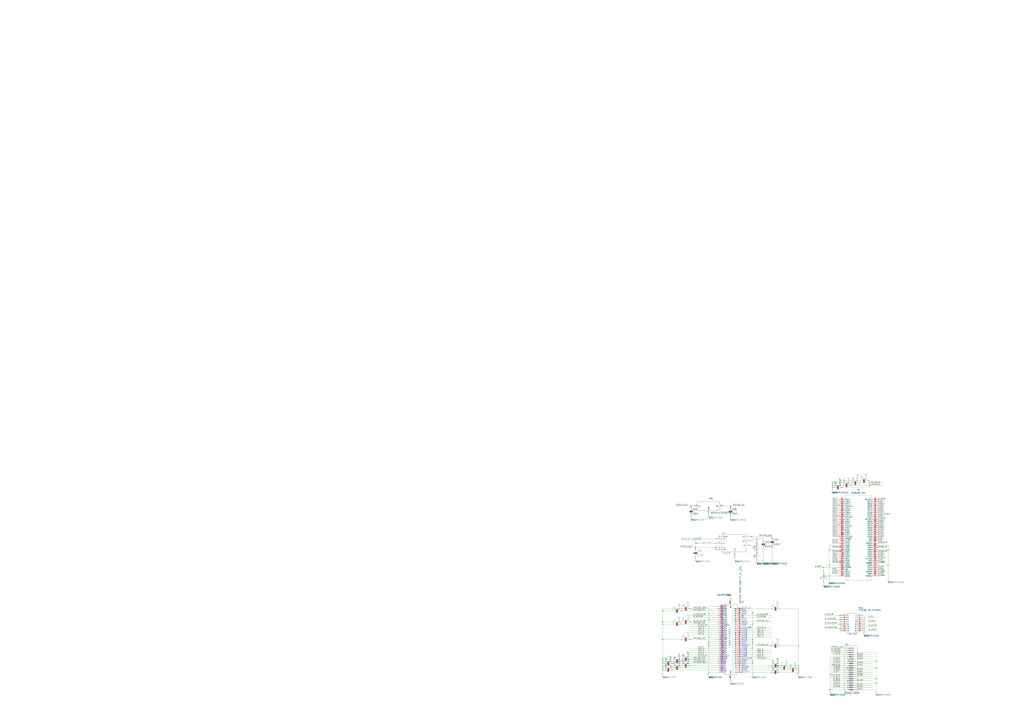
<source format=kicad_sch>
(kicad_sch (version 20211123) (generator eeschema)
  (paper "A0")
  (title_block (title "Sony ECX335BG driver board for rasbery pi.sch") (date "5 JAN 2023") (comment 1 "for compatibility with rasbery pi") (comment 2 "Modified version of https://github.com/aedancullen/sony-ecx") (comment 3 "Lisence : GPL-3.0") (comment 4 "gnu.org/licenses/gpl-3.0"))
  (junction (at 822.96 712.47))
  (junction (at 822.96 720.09))
  (junction (at 975.36 715.01))
  (junction (at 873.76 712.47))
  (junction (at 927.1 750.57))
  (junction (at 975.36 725.17))
  (junction (at 873.76 745.49))
  (junction (at 873.76 768.35))
  (junction (at 1017.27 775.97))
  (junction (at 878.84 638.81))
  (junction (at 1003.3 725.17))
  (junction (at 963.93 783.59))
  (junction (at 1003.3 730.25))
  (junction (at 878.84 626.11))
  (junction (at 873.76 742.95))
  (junction (at 822.96 740.41))
  (junction (at 769.62 742.95))
  (junction (at 861.06 707.39))
  (junction (at 769.62 775.97))
  (junction (at 873.76 748.03))
  (junction (at 984.25 775.97))
  (junction (at 1031.24 638.81))
  (junction (at 1009.65 561.34))
  (junction (at 822.96 745.49))
  (junction (at 927.1 781.05))
  (junction (at 975.36 730.25))
  (junction (at 966.47 561.34))
  (junction (at 822.96 750.57))
  (junction (at 769.62 725.17))
  (junction (at 975.36 720.09))
  (junction (at 769.62 770.89))
  (junction (at 963.93 801.37))
  (junction (at 927.1 778.51))
  (junction (at 873.76 753.11))
  (junction (at 966.47 563.88))
  (junction (at 1017.27 788.67))
  (junction (at 1009.65 563.88))
  (junction (at 962.66 669.29))
  (junction (at 807.72 631.19))
  (junction (at 962.66 656.59))
  (junction (at 822.96 748.03))
  (junction (at 927.1 773.43))
  (junction (at 927.1 775.97))
  (junction (at 769.62 765.81))
  (junction (at 1031.24 656.59))
  (junction (at 1017.27 768.35))
  (junction (at 807.72 636.27))
  (junction (at 1017.27 793.75))
  (junction (at 769.62 768.35))
  (junction (at 822.96 781.05))
  (junction (at 769.62 773.43))
  (junction (at 966.47 566.42))
  (junction (at 802.64 588.01))
  (junction (at 873.76 770.89))
  (junction (at 861.06 781.05))
  (junction (at 769.62 709.93))
  (junction (at 873.76 725.17))
  (junction (at 1003.3 720.09))
  (junction (at 984.25 791.21))
  (junction (at 956.31 659.13))
  (junction (at 769.62 722.63))
  (junction (at 769.62 778.51))
  (junction (at 962.66 638.81))
  (junction (at 830.58 636.27))
  (junction (at 848.36 588.01))
  (wire (pts (xy 838.2 588.01) (xy 848.36 588.01)))
  (wire (pts (xy 904.24 781.05) (xy 927.1 781.05)))
  (wire (pts (xy 991.87 760.73) (xy 1013.46 760.73)))
  (wire (pts (xy 850.9 707.39) (xy 850.9 781.05)))
  (wire (pts (xy 966.47 605.79) (xy 974.09 605.79)))
  (wire (pts (xy 1019.81 621.03) (xy 1027.43 621.03)))
  (wire (pts (xy 984.25 778.51) (xy 965.2 778.51)))
  (wire (pts (xy 835.66 727.71) (xy 800.1 727.71)))
  (wire (pts (xy 975.36 732.79) (xy 975.36 730.25)))
  (wire (pts (xy 1017.27 793.75) (xy 1017.27 803.91)))
  (wire (pts (xy 861.06 770.89) (xy 873.76 770.89)))
  (wire (pts (xy 999.49 558.8) (xy 966.47 558.8)))
  (wire (pts (xy 861.06 742.95) (xy 873.76 742.95)))
  (wire (pts (xy 873.76 626.11) (xy 878.84 626.11)))
  (wire (pts (xy 861.06 768.35) (xy 873.76 768.35)))
  (wire (pts (xy 1019.81 654.05) (xy 1027.43 654.05)))
  (wire (pts (xy 848.36 694.69) (xy 848.36 697.23)))
  (wire (pts (xy 966.47 651.51) (xy 974.09 651.51)))
  (wire (pts (xy 861.06 712.47) (xy 873.76 712.47)))
  (wire (pts (xy 822.96 781.05) (xy 822.96 783.59)))
  (wire (pts (xy 1009.65 566.42) (xy 976.63 566.42)))
  (wire (pts (xy 974.09 633.73) (xy 962.66 633.73)))
  (wire (pts (xy 822.96 745.49) (xy 822.96 748.03)))
  (wire (pts (xy 835.66 712.47) (xy 822.96 712.47)))
  (wire (pts (xy 1017.27 768.35) (xy 1017.27 775.97)))
  (wire (pts (xy 966.47 615.95) (xy 974.09 615.95)))
  (wire (pts (xy 861.06 773.43) (xy 896.62 773.43)))
  (wire (pts (xy 802.64 588.01) (xy 802.64 590.55)))
  (wire (pts (xy 1000.76 730.25) (xy 1003.3 730.25)))
  (wire (pts (xy 769.62 778.51) (xy 769.62 783.59)))
  (wire (pts (xy 966.47 580.39) (xy 974.09 580.39)))
  (wire (pts (xy 1003.3 730.25) (xy 1003.3 735.33)))
  (wire (pts (xy 769.62 742.95) (xy 769.62 765.81)))
  (wire (pts (xy 822.96 720.09) (xy 822.96 740.41)))
  (wire (pts (xy 1019.81 598.17) (xy 1027.43 598.17)))
  (wire (pts (xy 835.66 750.57) (xy 822.96 750.57)))
  (wire (pts (xy 772.16 778.51) (xy 769.62 778.51)))
  (wire (pts (xy 873.76 770.89) (xy 873.76 783.59)))
  (wire (pts (xy 984.25 801.37) (xy 963.93 801.37)))
  (wire (pts (xy 782.32 775.97) (xy 769.62 775.97)))
  (wire (pts (xy 861.06 740.41) (xy 896.62 740.41)))
  (wire (pts (xy 769.62 725.17) (xy 769.62 742.95)))
  (wire (pts (xy 1019.81 580.39) (xy 1027.43 580.39)))
  (wire (pts (xy 769.62 707.39) (xy 769.62 709.93)))
  (wire (pts (xy 861.06 737.87) (xy 896.62 737.87)))
  (wire (pts (xy 769.62 722.63) (xy 769.62 725.17)))
  (wire (pts (xy 835.66 745.49) (xy 822.96 745.49)))
  (wire (pts (xy 977.9 717.55) (xy 975.36 717.55)))
  (wire (pts (xy 1003.3 725.17) (xy 1003.3 730.25)))
  (wire (pts (xy 965.2 773.43) (xy 984.25 773.43)))
  (wire (pts (xy 966.47 588.01) (xy 974.09 588.01)))
  (wire (pts (xy 966.47 666.75) (xy 974.09 666.75)))
  (wire (pts (xy 835.66 742.95) (xy 800.1 742.95)))
  (wire (pts (xy 835.66 770.89) (xy 779.78 770.89)))
  (wire (pts (xy 966.47 566.42) (xy 966.47 568.96)))
  (wire (pts (xy 822.96 740.41) (xy 822.96 745.49)))
  (wire (pts (xy 822.96 704.85) (xy 822.96 712.47)))
  (wire (pts (xy 861.06 775.97) (xy 906.78 775.97)))
  (wire (pts (xy 835.66 725.17) (xy 789.94 725.17)))
  (wire (pts (xy 1009.65 563.88) (xy 1026.16 563.88)))
  (wire (pts (xy 835.66 760.73) (xy 800.1 760.73)))
  (wire (pts (xy 769.62 768.35) (xy 769.62 770.89)))
  (wire (pts (xy 807.72 636.27) (xy 807.72 638.81)))
  (wire (pts (xy 1031.24 656.59) (xy 1031.24 673.1)))
  (wire (pts (xy 984.25 770.89) (xy 965.2 770.89)))
  (wire (pts (xy 1000.76 717.55) (xy 1018.54 717.55)))
  (wire (pts (xy 962.66 638.81) (xy 962.66 656.59)))
  (wire (pts (xy 861.06 707.39) (xy 850.9 707.39)))
  (wire (pts (xy 835.66 758.19) (xy 800.1 758.19)))
  (wire (pts (xy 984.25 755.65) (xy 965.2 755.65)))
  (wire (pts (xy 962.66 669.29) (xy 974.09 669.29)))
  (wire (pts (xy 927.1 773.43) (xy 927.1 775.97)))
  (wire (pts (xy 963.93 763.27) (xy 963.93 783.59)))
  (wire (pts (xy 835.66 755.65) (xy 800.1 755.65)))
  (wire (pts (xy 966.47 593.09) (xy 974.09 593.09)))
  (wire (pts (xy 904.24 707.39) (xy 927.1 707.39)))
  (wire (pts (xy 1003.3 715.01) (xy 1003.3 720.09)))
  (wire (pts (xy 1019.81 631.19) (xy 1027.43 631.19)))
  (wire (pts (xy 966.47 598.17) (xy 974.09 598.17)))
  (wire (pts (xy 772.16 770.89) (xy 769.62 770.89)))
  (wire (pts (xy 966.47 613.41) (xy 974.09 613.41)))
  (wire (pts (xy 861.06 750.57) (xy 896.62 750.57)))
  (wire (pts (xy 975.36 725.17) (xy 957.58 725.17)))
  (wire (pts (xy 1019.81 605.79) (xy 1027.43 605.79)))
  (wire (pts (xy 1031.24 638.81) (xy 1031.24 656.59)))
  (wire (pts (xy 966.47 631.19) (xy 974.09 631.19)))
  (wire (pts (xy 984.25 760.73) (xy 965.2 760.73)))
  (wire (pts (xy 1000.76 722.63) (xy 1018.54 722.63)))
  (wire (pts (xy 989.33 561.34) (xy 966.47 561.34)))
  (wire (pts (xy 966.47 585.47) (xy 974.09 585.47)))
  (wire (pts (xy 956.31 659.13) (xy 956.31 664.21)))
  (wire (pts (xy 896.62 707.39) (xy 861.06 707.39)))
  (wire (pts (xy 966.47 661.67) (xy 974.09 661.67)))
  (wire (pts (xy 1019.81 603.25) (xy 1027.43 603.25)))
  (wire (pts (xy 975.36 720.09) (xy 957.58 720.09)))
  (wire (pts (xy 886.46 626.11) (xy 886.46 628.65)))
  (wire (pts (xy 946.15 659.13) (xy 956.31 659.13)))
  (wire (pts (xy 966.47 563.88) (xy 966.47 566.42)))
  (wire (pts (xy 835.66 735.33) (xy 800.1 735.33)))
  (wire (pts (xy 966.47 641.35) (xy 974.09 641.35)))
  (wire (pts (xy 966.47 618.49) (xy 974.09 618.49)))
  (wire (pts (xy 835.66 740.41) (xy 822.96 740.41)))
  (wire (pts (xy 966.47 561.34) (xy 966.47 563.88)))
  (wire (pts (xy 835.66 709.93) (xy 789.94 709.93)))
  (wire (pts (xy 991.87 773.43) (xy 1013.46 773.43)))
  (wire (pts (xy 991.87 786.13) (xy 1013.46 786.13)))
  (wire (pts (xy 873.76 709.93) (xy 873.76 712.47)))
  (wire (pts (xy 1019.81 590.55) (xy 1027.43 590.55)))
  (wire (pts (xy 822.96 595.63) (xy 822.96 598.17)))
  (wire (pts (xy 848.36 588.01) (xy 863.6 588.01)))
  (wire (pts (xy 991.87 801.37) (xy 1013.46 801.37)))
  (wire (pts (xy 792.48 722.63) (xy 769.62 722.63)))
  (wire (pts (xy 833.12 626.11) (xy 807.72 626.11)))
  (wire (pts (xy 984.25 781.05) (xy 965.2 781.05)))
  (wire (pts (xy 1019.81 633.73) (xy 1031.24 633.73)))
  (wire (pts (xy 861.06 732.79) (xy 896.62 732.79)))
  (wire (pts (xy 835.66 768.35) (xy 789.94 768.35)))
  (wire (pts (xy 1019.81 593.09) (xy 1027.43 593.09)))
  (wire (pts (xy 1017.27 788.67) (xy 1017.27 793.75)))
  (wire (pts (xy 861.06 717.55) (xy 896.62 717.55)))
  (wire (pts (xy 962.66 656.59) (xy 962.66 669.29)))
  (wire (pts (xy 835.66 775.97) (xy 789.94 775.97)))
  (wire (pts (xy 1019.81 666.75) (xy 1027.43 666.75)))
  (wire (pts (xy 861.06 745.49) (xy 873.76 745.49)))
  (wire (pts (xy 873.76 638.81) (xy 878.84 638.81)))
  (wire (pts (xy 963.93 783.59) (xy 984.25 783.59)))
  (wire (pts (xy 886.46 636.27) (xy 886.46 651.51)))
  (wire (pts (xy 991.87 758.19) (xy 1017.27 758.19)))
  (wire (pts (xy 966.47 590.55) (xy 974.09 590.55)))
  (wire (pts (xy 873.76 753.11) (xy 873.76 768.35)))
  (wire (pts (xy 861.06 730.25) (xy 896.62 730.25)))
  (wire (pts (xy 1019.81 651.51) (xy 1027.43 651.51)))
  (wire (pts (xy 969.01 566.42) (xy 966.47 566.42)))
  (wire (pts (xy 822.96 748.03) (xy 822.96 750.57)))
  (wire (pts (xy 975.36 730.25) (xy 957.58 730.25)))
  (wire (pts (xy 1031.24 633.73) (xy 1031.24 638.81)))
  (wire (pts (xy 927.1 707.39) (xy 927.1 750.57)))
  (wire (pts (xy 1000.76 720.09) (xy 1003.3 720.09)))
  (wire (pts (xy 822.96 750.57) (xy 822.96 781.05)))
  (wire (pts (xy 1019.81 588.01) (xy 1027.43 588.01)))
  (wire (pts (xy 871.22 623.57) (xy 896.62 623.57)))
  (wire (pts (xy 861.06 725.17) (xy 873.76 725.17)))
  (wire (pts (xy 956.31 659.13) (xy 974.09 659.13)))
  (wire (pts (xy 966.47 621.03) (xy 974.09 621.03)))
  (wire (pts (xy 861.06 760.73) (xy 896.62 760.73)))
  (wire (pts (xy 833.12 638.81) (xy 830.58 638.81)))
  (wire (pts (xy 835.66 720.09) (xy 822.96 720.09)))
  (wire (pts (xy 977.9 732.79) (xy 975.36 732.79)))
  (wire (pts (xy 984.25 775.97) (xy 985.52 775.97)))
  (wire (pts (xy 965.2 768.35) (xy 985.52 768.35)))
  (wire (pts (xy 991.87 770.89) (xy 1013.46 770.89)))
  (wire (pts (xy 1019.81 585.47) (xy 1027.43 585.47)))
  (wire (pts (xy 1019.81 618.49) (xy 1027.43 618.49)))
  (wire (pts (xy 963.93 801.37) (xy 963.93 803.91)))
  (wire (pts (xy 966.47 648.97) (xy 974.09 648.97)))
  (wire (pts (xy 878.84 648.97) (xy 878.84 651.51)))
  (wire (pts (xy 1009.65 563.88) (xy 986.79 563.88)))
  (wire (pts (xy 966.47 582.93) (xy 974.09 582.93)))
  (wire (pts (xy 977.9 722.63) (xy 975.36 722.63)))
  (wire (pts (xy 1019.81 659.13) (xy 1027.43 659.13)))
  (wire (pts (xy 927.1 750.57) (xy 927.1 773.43)))
  (wire (pts (xy 984.25 798.83) (xy 965.2 798.83)))
  (wire (pts (xy 956.31 674.37) (xy 956.31 678.18)))
  (wire (pts (xy 984.25 788.67) (xy 965.2 788.67)))
  (wire (pts (xy 991.87 778.51) (xy 1013.46 778.51)))
  (wire (pts (xy 848.36 791.21) (xy 848.36 788.67)))
  (wire (pts (xy 984.25 791.21) (xy 965.2 791.21)))
  (wire (pts (xy 991.87 791.21) (xy 1013.46 791.21)))
  (wire (pts (xy 1000.76 732.79) (xy 1018.54 732.79)))
  (wire (pts (xy 1000.76 725.17) (xy 1003.3 725.17)))
  (wire (pts (xy 966.47 603.25) (xy 974.09 603.25)))
  (wire (pts (xy 984.25 786.13) (xy 965.2 786.13)))
  (wire (pts (xy 896.62 633.73) (xy 896.62 651.51)))
  (wire (pts (xy 850.9 781.05) (xy 861.06 781.05)))
  (wire (pts (xy 904.24 773.43) (xy 927.1 773.43)))
  (wire (pts (xy 991.87 798.83) (xy 1013.46 798.83)))
  (wire (pts (xy 769.62 775.97) (xy 769.62 778.51)))
  (wire (pts (xy 792.48 773.43) (xy 769.62 773.43)))
  (wire (pts (xy 927.1 775.97) (xy 927.1 778.51)))
  (wire (pts (xy 835.66 737.87) (xy 800.1 737.87)))
  (wire (pts (xy 1019.81 626.11) (xy 1027.43 626.11)))
  (wire (pts (xy 835.66 778.51) (xy 779.78 778.51)))
  (wire (pts (xy 991.87 765.81) (xy 1013.46 765.81)))
  (wire (pts (xy 966.47 636.27) (xy 974.09 636.27)))
  (wire (pts (xy 1019.81 669.29) (xy 1027.43 669.29)))
  (wire (pts (xy 835.66 765.81) (xy 800.1 765.81)))
  (wire (pts (xy 769.62 765.81) (xy 769.62 768.35)))
  (wire (pts (xy 966.47 595.63) (xy 974.09 595.63)))
  (wire (pts (xy 807.72 648.97) (xy 807.72 646.43)))
  (wire (pts (xy 904.24 750.57) (xy 927.1 750.57)))
  (wire (pts (xy 966.47 623.57) (xy 974.09 623.57)))
  (wire (pts (xy 984.25 796.29) (xy 965.2 796.29)))
  (wire (pts (xy 822.96 712.47) (xy 822.96 720.09)))
  (wire (pts (xy 861.06 758.19) (xy 896.62 758.19)))
  (wire (pts (xy 861.06 765.81) (xy 896.62 765.81)))
  (wire (pts (xy 802.64 598.17) (xy 802.64 600.71)))
  (wire (pts (xy 830.58 636.27) (xy 833.12 636.27)))
  (wire (pts (xy 984.25 793.75) (xy 965.2 793.75)))
  (wire (pts (xy 991.87 781.05) (xy 1013.46 781.05)))
  (wire (pts (xy 1019.81 608.33) (xy 1027.43 608.33)))
  (wire (pts (xy 966.47 628.65) (xy 974.09 628.65)))
  (wire (pts (xy 1019.81 646.43) (xy 1027.43 646.43)))
  (wire (pts (xy 835.66 707.39) (xy 800.1 707.39)))
  (wire (pts (xy 984.25 775.97) (xy 965.2 775.97)))
  (wire (pts (xy 962.66 669.29) (xy 962.66 674.37)))
  (wire (pts (xy 991.87 768.35) (xy 1017.27 768.35)))
  (wire (pts (xy 1019.81 600.71) (xy 1027.43 600.71)))
  (wire (pts (xy 873.76 633.73) (xy 873.76 638.81)))
  (wire (pts (xy 1019.81 664.21) (xy 1027.43 664.21)))
  (wire (pts (xy 835.66 763.27) (xy 800.1 763.27)))
  (wire (pts (xy 848.36 588.01) (xy 848.36 590.55)))
  (wire (pts (xy 966.47 664.21) (xy 974.09 664.21)))
  (wire (pts (xy 977.9 720.09) (xy 975.36 720.09)))
  (wire (pts (xy 1019.81 638.81) (xy 1031.24 638.81)))
  (wire (pts (xy 1009.65 563.88) (xy 1009.65 566.42)))
  (wire (pts (xy 924.56 778.51) (xy 927.1 778.51)))
  (wire (pts (xy 769.62 773.43) (xy 769.62 775.97)))
  (wire (pts (xy 807.72 631.19) (xy 807.72 636.27)))
  (wire (pts (xy 975.36 715.01) (xy 977.9 715.01)))
  (wire (pts (xy 896.62 623.57) (xy 896.62 626.11)))
  (wire (pts (xy 878.84 626.11) (xy 886.46 626.11)))
  (wire (pts (xy 1019.81 623.57) (xy 1027.43 623.57)))
  (wire (pts (xy 966.47 558.8) (xy 966.47 561.34)))
  (wire (pts (xy 873.76 745.49) (xy 873.76 748.03)))
  (wire (pts (xy 966.47 600.71) (xy 974.09 600.71)))
  (wire (pts (xy 962.66 638.81) (xy 974.09 638.81)))
  (wire (pts (xy 1019.81 613.41) (xy 1027.43 613.41)))
  (wire (pts (xy 861.06 748.03) (xy 873.76 748.03)))
  (wire (pts (xy 861.06 709.93) (xy 873.76 709.93)))
  (wire (pts (xy 991.87 793.75) (xy 1017.27 793.75)))
  (wire (pts (xy 966.47 646.43) (xy 974.09 646.43)))
  (wire (pts (xy 975.36 725.17) (xy 977.9 725.17)))
  (wire (pts (xy 782.32 709.93) (xy 769.62 709.93)))
  (wire (pts (xy 984.25 765.81) (xy 965.2 765.81)))
  (wire (pts (xy 1009.65 561.34) (xy 1026.16 561.34)))
  (wire (pts (xy 792.48 765.81) (xy 769.62 765.81)))
  (wire (pts (xy 1017.27 758.19) (xy 1017.27 768.35)))
  (wire (pts (xy 807.72 588.01) (xy 802.64 588.01)))
  (wire (pts (xy 984.25 753.11) (xy 965.2 753.11)))
  (wire (pts (xy 835.66 730.25) (xy 800.1 730.25)))
  (wire (pts (xy 979.17 563.88) (xy 966.47 563.88)))
  (wire (pts (xy 966.47 626.11) (xy 974.09 626.11)))
  (wire (pts (xy 984.25 758.19) (xy 965.2 758.19)))
  (wire (pts (xy 873.76 628.65) (xy 873.76 626.11)))
  (wire (pts (xy 975.36 722.63) (xy 975.36 720.09)))
  (wire (pts (xy 1019.81 661.67) (xy 1027.43 661.67)))
  (wire (pts (xy 835.66 781.05) (xy 822.96 781.05)))
  (wire (pts (xy 807.72 636.27) (xy 830.58 636.27)))
  (wire (pts (xy 927.1 781.05) (xy 927.1 783.59)))
  (wire (pts (xy 975.36 717.55) (xy 975.36 715.01)))
  (wire (pts (xy 807.72 631.19) (xy 810.26 631.19)))
  (wire (pts (xy 861.06 735.33) (xy 896.62 735.33)))
  (wire (pts (xy 835.66 704.85) (xy 822.96 704.85)))
  (wire (pts (xy 835.66 748.03) (xy 822.96 748.03)))
  (wire (pts (xy 927.1 778.51) (xy 927.1 781.05)))
  (wire (pts (xy 1019.81 595.63) (xy 1027.43 595.63)))
  (wire (pts (xy 1017.27 775.97) (xy 1017.27 788.67)))
  (wire (pts (xy 1003.3 720.09) (xy 1003.3 725.17)))
  (wire (pts (xy 835.66 715.01) (xy 800.1 715.01)))
  (wire (pts (xy 835.66 722.63) (xy 800.1 722.63)))
  (wire (pts (xy 1009.65 561.34) (xy 1009.65 558.8)))
  (wire (pts (xy 873.76 748.03) (xy 873.76 753.11)))
  (wire (pts (xy 1009.65 558.8) (xy 1007.11 558.8)))
  (wire (pts (xy 977.9 730.25) (xy 975.36 730.25)))
  (wire (pts (xy 1019.81 643.89) (xy 1027.43 643.89)))
  (wire (pts (xy 835.66 732.79) (xy 800.1 732.79)))
  (wire (pts (xy 991.87 763.27) (xy 1013.46 763.27)))
  (wire (pts (xy 830.58 638.81) (xy 830.58 636.27)))
  (wire (pts (xy 1019.81 615.95) (xy 1027.43 615.95)))
  (wire (pts (xy 853.44 648.97) (xy 853.44 646.43)))
  (wire (pts (xy 962.66 633.73) (xy 962.66 638.81)))
  (wire (pts (xy 861.06 755.65) (xy 896.62 755.65)))
  (wire (pts (xy 991.87 783.59) (xy 1013.46 783.59)))
  (wire (pts (xy 1000.76 727.71) (xy 1018.54 727.71)))
  (wire (pts (xy 1019.81 628.65) (xy 1027.43 628.65)))
  (wire (pts (xy 782.32 768.35) (xy 769.62 768.35)))
  (wire (pts (xy 861.06 753.11) (xy 873.76 753.11)))
  (wire (pts (xy 835.66 717.55) (xy 800.1 717.55)))
  (wire (pts (xy 769.62 709.93) (xy 769.62 722.63)))
  (wire (pts (xy 966.47 643.89) (xy 974.09 643.89)))
  (wire (pts (xy 802.64 588.01) (xy 784.86 588.01)))
  (wire (pts (xy 769.62 770.89) (xy 769.62 773.43)))
  (wire (pts (xy 984.25 763.27) (xy 963.93 763.27)))
  (wire (pts (xy 873.76 712.47) (xy 873.76 725.17)))
  (wire (pts (xy 977.9 727.71) (xy 975.36 727.71)))
  (wire (pts (xy 962.66 656.59) (xy 974.09 656.59)))
  (wire (pts (xy 914.4 775.97) (xy 927.1 775.97)))
  (wire (pts (xy 1019.81 636.27) (xy 1027.43 636.27)))
  (wire (pts (xy 835.66 753.11) (xy 800.1 753.11)))
  (wire (pts (xy 1019.81 610.87) (xy 1027.43 610.87)))
  (wire (pts (xy 861.06 722.63) (xy 896.62 722.63)))
  (wire (pts (xy 871.22 633.73) (xy 873.76 633.73)))
  (wire (pts (xy 873.76 768.35) (xy 873.76 770.89)))
  (wire (pts (xy 1019.81 641.35) (xy 1027.43 641.35)))
  (wire (pts (xy 807.72 636.27) (xy 789.94 636.27)))
  (wire (pts (xy 873.76 725.17) (xy 873.76 742.95)))
  (wire (pts (xy 991.87 796.29) (xy 1013.46 796.29)))
  (wire (pts (xy 861.06 763.27) (xy 896.62 763.27)))
  (wire (pts (xy 1000.76 715.01) (xy 1003.3 715.01)))
  (wire (pts (xy 873.76 742.95) (xy 873.76 745.49)))
  (wire (pts (xy 966.47 654.05) (xy 974.09 654.05)))
  (wire (pts (xy 861.06 715.01) (xy 896.62 715.01)))
  (wire (pts (xy 966.47 610.87) (xy 974.09 610.87)))
  (wire (pts (xy 861.06 778.51) (xy 916.94 778.51)))
  (wire (pts (xy 991.87 775.97) (xy 1017.27 775.97)))
  (wire (pts (xy 878.84 626.11) (xy 878.84 628.65)))
  (wire (pts (xy 966.47 608.33) (xy 974.09 608.33)))
  (wire (pts (xy 848.36 598.17) (xy 848.36 600.71)))
  (wire (pts (xy 861.06 781.05) (xy 896.62 781.05)))
  (wire (pts (xy 792.48 742.95) (xy 769.62 742.95)))
  (wire (pts (xy 792.48 707.39) (xy 769.62 707.39)))
  (wire (pts (xy 1019.81 582.93) (xy 1027.43 582.93)))
  (wire (pts (xy 963.93 783.59) (xy 963.93 801.37)))
  (wire (pts (xy 807.72 626.11) (xy 807.72 631.19)))
  (wire (pts (xy 1009.65 561.34) (xy 996.95 561.34)))
  (wire (pts (xy 975.36 727.71) (xy 975.36 725.17)))
  (wire (pts (xy 1019.81 648.97) (xy 1027.43 648.97)))
  (wire (pts (xy 871.22 628.65) (xy 873.76 628.65)))
  (wire (pts (xy 835.66 773.43) (xy 800.1 773.43)))
  (wire (pts (xy 1019.81 656.59) (xy 1031.24 656.59)))
  (wire (pts (xy 782.32 725.17) (xy 769.62 725.17)))
  (wire (pts (xy 830.58 631.19) (xy 833.12 631.19)))
  (wire (pts (xy 991.87 788.67) (xy 1017.27 788.67)))
  (wire (pts (xy 975.36 715.01) (xy 957.58 715.01)))
  (wire (pts (xy 984.25 791.21) (xy 985.52 791.21)))
  (text "SONY ECX337A" (at 848.36 750.57 90) (effects (font (size 1.778 1.778)) (justify left bottom)))
  (text "LV1A" (at 835.66 732.79 0) (effects (font (size 1.778 1.778)) (justify left bottom)))
  (text "LV6A" (at 835.66 753.11 0) (effects (font (size 1.778 1.778)) (justify left bottom)))
  (text "TEST" (at 835.66 745.49 0) (effects (font (size 1.778 1.778)) (justify left bottom)))
  (text "VCATH" (at 835.66 781.05 0) (effects (font (size 1.778 1.778)) (justify left bottom)))
  (text "VCAL" (at 835.66 773.43 0) (effects (font (size 1.778 1.778)) (justify left bottom)))
  (text "SI" (at 861.06 717.55 0) (effects (font (size 1.778 1.778)) (justify left bottom)))
  (text "VDD1IF" (at 835.66 725.17 0) (effects (font (size 1.778 1.778)) (justify left bottom)))
  (text "VCATH" (at 835.66 704.85 0) (effects (font (size 1.778 1.778)) (justify left bottom)))
  (text "LVCLK0A" (at 835.66 727.71 0) (effects (font (size 1.778 1.778)) (justify left bottom)))
  (text "VDD1" (at 835.66 768.35 0) (effects (font (size 1.778 1.778)) (justify left bottom)))
  (text "VSSIF" (at 835.66 748.03 0) (effects (font (size 1.778 1.778)) (justify left bottom)))
  (text "8x 10K" (at 985.52 737.87 0) (effects (font (size 1.778 1.778)) (justify left bottom)))
  (text "VG255" (at 861.06 775.97 0) (effects (font (size 1.778 1.778)) (justify left bottom)))
  (text "VCCP_I" (at 861.06 781.05 0) (effects (font (size 1.778 1.778)) (justify left bottom)))
  (text "VG0" (at 835.66 775.97 0) (effects (font (size 1.778 1.778)) (justify left bottom)))
  (text "LV0B" (at 861.06 732.79 0) (effects (font (size 1.778 1.778)) (justify left bottom)))
  (text "VSSIF" (at 861.06 725.17 0) (effects (font (size 1.778 1.778)) (justify left bottom)))
  (text "VOFS" (at 861.06 778.51 0) (effects (font (size 1.778 1.778)) (justify left bottom)))
  (text "LVCLK0B" (at 861.06 730.25 0) (effects (font (size 1.778 1.778)) (justify left bottom)))
  (text "LV9A" (at 835.66 760.73 0) (effects (font (size 1.778 1.778)) (justify left bottom)))
  (text "LV3B" (at 861.06 740.41 0) (effects (font (size 1.778 1.778)) (justify left bottom)))
  (text "TEST" (at 861.06 722.63 0) (effects (font (size 1.778 1.778)) (justify left bottom)))
  (text "VDD1IF" (at 835.66 742.95 0) (effects (font (size 1.778 1.778)) (justify left bottom)))
  (text "LV3A" (at 835.66 737.87 0) (effects (font (size 1.778 1.778)) (justify left bottom)))
  (text "VDD1IF" (at 861.06 750.57 0) (effects (font (size 1.778 1.778)) (justify left bottom)))
  (text "LV8A" (at 835.66 758.19 0) (effects (font (size 1.778 1.778)) (justify left bottom)))
  (text "LVCLK1A" (at 835.66 763.27 0) (effects (font (size 1.778 1.778)) (justify left bottom)))
  (text "LV4B" (at 861.06 742.95 0) (effects (font (size 1.778 1.778)) (justify left bottom)))
  (text "VGC" (at 861.06 773.43 0) (effects (font (size 1.778 1.778)) (justify left bottom)))
  (text "LV6B" (at 861.06 755.65 0) (effects (font (size 1.778 1.778)) (justify left bottom)))
  (text "VSSIF" (at 861.06 745.49 0) (effects (font (size 1.778 1.778)) (justify left bottom)))
  (text "LV5B" (at 861.06 753.11 0) (effects (font (size 1.778 1.778)) (justify left bottom)))
  (text "LV1B" (at 861.06 735.33 0) (effects (font (size 1.778 1.778)) (justify left bottom)))
  (text "TEST" (at 835.66 712.47 0) (effects (font (size 1.778 1.778)) (justify left bottom)))
  (text "VSSIF" (at 861.06 768.35 0) (effects (font (size 1.778 1.778)) (justify left bottom)))
  (text "LV4A" (at 835.66 740.41 0) (effects (font (size 1.778 1.778)) (justify left bottom)))
  (text "VDD1IF" (at 835.66 765.81 0) (effects (font (size 1.778 1.778)) (justify left bottom)))
  (text "SO" (at 835.66 717.55 0) (effects (font (size 1.778 1.778)) (justify left bottom)))
  (text "LV7B" (at 861.06 758.19 0) (effects (font (size 1.778 1.778)) (justify left bottom)))
  (text "VSS" (at 861.06 770.89 0) (effects (font (size 1.778 1.778)) (justify left bottom)))
  (text "LV8B" (at 861.06 760.73 0) (effects (font (size 1.778 1.778)) (justify left bottom)))
  (text "VDD2" (at 835.66 707.39 0) (effects (font (size 1.778 1.778)) (justify left bottom)))
  (text "TEST" (at 861.06 720.09 0) (effects (font (size 1.778 1.778)) (justify left bottom)))
  (text "LV5A" (at 835.66 750.57 0) (effects (font (size 1.778 1.778)) (justify left bottom)))
  (text "TEST" (at 861.06 748.03 0) (effects (font (size 1.778 1.778)) (justify left bottom)))
  (text "LV0A" (at 835.66 730.25 0) (effects (font (size 1.778 1.778)) (justify left bottom)))
  (text "TEST" (at 861.06 712.47 0) (effects (font (size 1.778 1.778)) (justify left bottom)))
  (text "VDD2" (at 835.66 770.89 0) (effects (font (size 1.778 1.778)) (justify left bottom)))
  (text "XSCK" (at 835.66 715.01 0) (effects (font (size 1.778 1.778)) (justify left bottom)))
  (text "VSS" (at 861.06 709.93 0) (effects (font (size 1.778 1.778)) (justify left bottom)))
  (text "LV2A" (at 835.66 735.33 0) (effects (font (size 1.778 1.778)) (justify left bottom)))
  (text "TEST" (at 835.66 720.09 0) (effects (font (size 1.778 1.778)) (justify left bottom)))
  (text "VDD1" (at 835.66 709.93 0) (effects (font (size 1.778 1.778)) (justify left bottom)))
  (text "VCCP_O" (at 861.06 707.39 0) (effects (font (size 1.778 1.778)) (justify left bottom)))
  (text "XCS" (at 861.06 715.01 0) (effects (font (size 1.778 1.778)) (justify left bottom)))
  (text "LV7A" (at 835.66 755.65 0) (effects (font (size 1.778 1.778)) (justify left bottom)))
  (text "LVCLK1B" (at 861.06 765.81 0) (effects (font (size 1.778 1.778)) (justify left bottom)))
  (text "LV2B" (at 861.06 737.87 0) (effects (font (size 1.778 1.778)) (justify left bottom)))
  (text "TEST" (at 861.06 727.71 0) (effects (font (size 1.778 1.778)) (justify left bottom)))
  (text "LV9B" (at 861.06 763.27 0) (effects (font (size 1.778 1.778)) (justify left bottom)))
  (text "VREF" (at 835.66 778.51 0) (effects (font (size 1.778 1.778)) (justify left bottom)))
  (text "XCLR" (at 835.66 722.63 0) (effects (font (size 1.778 1.778)) (justify left bottom)))
  (label "D_VSYNC" (at 984.25 755.65 180) (effects (font (size 0.254 0.254))))
  (label "GND" (at 861.06 709.93 0) (effects (font (size 0.254 0.254))))
  (label "GND" (at 802.64 598.17 270) (effects (font (size 0.254 0.254))))
  (label "GND" (at 782.32 775.97 180) (effects (font (size 0.254 0.254))))
  (label "PP1V8_LD1" (at 789.94 709.93 0) (effects (font (size 0.254 0.254))))
  (label "GND" (at 861.06 745.49 0) (effects (font (size 0.254 0.254))))
  (label "N$4" (at 871.22 628.65 0) (effects (font (size 0.254 0.254))))
  (label "D_SO1V8" (at 835.66 717.55 180) (effects (font (size 0.254 0.254))))
  (label "TD1_N" (at 966.47 613.41 0))
  (label "GND" (at 1000.76 720.09 0) (effects (font (size 0.254 0.254))))
  (label "D_XSCK1V8" (at 977.9 732.79 180) (effects (font (size 0.254 0.254))))
  (label "D_G10" (at 1019.81 623.57 0))
  (label "D_G11" (at 1019.81 600.71 0))
  (label "GND" (at 927.1 783.59 90) (effects (font (size 0.254 0.254))))
  (label "D_SO1V8" (at 805.18 717.55 0) (effects (font (size 1.651 1.651))))
  (label "D_R16" (at 1019.81 643.89 0))
  (label "PP1V8_LD1" (at 996.95 561.34 0) (effects (font (size 0.254 0.254))))
  (label "D_R12" (at 966.47 666.75 0))
  (label "N$11" (at 789.94 775.97 0) (effects (font (size 0.254 0.254))))
  (label "D_R12" (at 984.25 770.89 180) (effects (font (size 0.254 0.254))))
  (label "D_XCS" (at 1000.76 722.63 0) (effects (font (size 0.254 0.254))))
  (label "D_VSYNC" (at 1019.81 603.25 0))
  (label "D_XCLR" (at 1000.76 727.71 0) (effects (font (size 0.254 0.254))))
  (label "PP3V3_VO4" (at 984.25 753.11 180) (effects (font (size 0.254 0.254))))
  (label "GND" (at 782.32 725.17 180) (effects (font (size 0.254 0.254))))
  (label "D_R13" (at 966.47 664.21 0))
  (label "N$1" (at 896.62 707.39 180) (effects (font (size 0.254 0.254))))
  (label "D_G17" (at 967.74 796.29 0) (effects (font (size 1.651 1.651))))
  (label "PP3V3_VO4" (at 802.64 590.55 90) (effects (font (size 0.254 0.254))))
  (label "D_VSYNC" (at 965.2 755.65 0) (effects (font (size 1.651 1.651))))
  (label "PP1V8_LD1" (at 848.36 590.55 90) (effects (font (size 0.254 0.254))))
  (label "TC1_P" (at 966.47 585.47 0))
  (label "GND" (at 993.14 768.35 0) (effects (font (size 0.254 0.254))))
  (label "D_RF" (at 1019.81 628.65 0))
  (label "GND" (at 769.62 783.59 90) (effects (font (size 0.254 0.254))))
  (label "GND" (at 792.48 722.63 180) (effects (font (size 0.254 0.254))))
  (label "D_CLKIN" (at 1019.81 648.97 0))
  (label "D_R17" (at 1019.81 646.43 0))
  (label "D_R11" (at 966.47 648.97 0))
  (label "D_B13" (at 1019.81 588.01 0))
  (label "D_SI1V8" (at 977.9 715.01 180) (effects (font (size 0.254 0.254))))
  (label "D_B10" (at 984.25 760.73 180) (effects (font (size 0.254 0.254))))
  (label "D_XCLR1V8" (at 800.1 722.63 0) (effects (font (size 0.254 0.254))))
  (label "TA2_P" (at 810.26 753.11 0) (effects (font (size 1.651 1.651))))
  (label "TCLK2_N" (at 966.47 623.57 0))
  (label "GND" (at 956.31 676.91 90) (effects (font (size 0.254 0.254))))
  (label "TCLK1_P" (at 810.26 727.71 0) (effects (font (size 1.651 1.651))))
  (label "GND" (at 984.25 801.37 180) (effects (font (size 0.254 0.254))))
  (label "TCLK2_P" (at 966.47 600.71 0))
  (label "GND" (at 835.66 745.49 180) (effects (font (size 0.254 0.254))))
  (label "PP10V0_BST" (at 835.66 770.89 180) (effects (font (size 0.254 0.254))))
  (label "D_DE" (at 993.14 786.13 0) (effects (font (size 0.254 0.254))))
  (label "N$4" (at 886.46 628.65 90) (effects (font (size 0.254 0.254))))
  (label "TC1_N" (at 861.06 737.87 0) (effects (font (size 0.254 0.254))))
  (label "PP1V8_LD1" (at 800.1 742.95 0) (effects (font (size 0.254 0.254))))
  (label "GND" (at 956.31 674.37 270) (effects (font (size 0.254 0.254))))
  (label "D_R10" (at 995.68 798.83 0))
  (label "TC1_N" (at 878.84 737.87 0) (effects (font (size 1.651 1.651))))
  (label "GND" (at 835.66 748.03 180) (effects (font (size 0.254 0.254))))
  (label "D_G14" (at 1019.81 618.49 0))
  (label "GND" (at 904.24 750.57 0) (effects (font (size 0.254 0.254))))
  (label "TA2_N" (at 878.84 755.65 0) (effects (font (size 1.651 1.651))))
  (label "D_G15" (at 984.25 765.81 180) (effects (font (size 0.254 0.254))))
  (label "GND" (at 886.46 651.51 90) (effects (font (size 0.254 0.254))))
  (label "TCLK1_N" (at 878.84 730.25 0) (effects (font (size 1.651 1.651))))
  (label "D_R12" (at 967.74 770.89 0) (effects (font (size 1.651 1.651))))
  (label "PP1V8_LD1" (at 1019.81 636.27 0))
  (label "TC2_P" (at 810.26 758.19 0) (effects (font (size 1.651 1.651))))
  (label "N$9" (at 800.1 773.43 0) (effects (font (size 0.254 0.254))))
  (label "GND" (at 848.36 791.21 90) (effects (font (size 0.254 0.254))))
  (label "PP10V0_BST" (at 800.1 707.39 0) (effects (font (size 0.254 0.254))))
  (label "D_B14" (at 993.14 781.05 0) (effects (font (size 0.254 0.254))))
  (label "TCLK1_N" (at 966.47 610.87 0))
  (label "D_R11" (at 995.68 801.37 0))
  (label "GND" (at 966.47 568.96 90) (effects (font (size 0.254 0.254))))
  (label "D_XCS1V8" (at 957.58 720.09 0) (effects (font (size 1.651 1.651))))
  (label "D_XCS1V8" (at 977.9 720.09 180) (effects (font (size 0.254 0.254))))
  (label "GND" (at 792.48 765.81 180) (effects (font (size 0.254 0.254))))
  (label "D_G11" (at 984.25 793.75 180) (effects (font (size 0.254 0.254))))
  (label "D_B15" (at 1019.81 585.47 0))
  (label "GND" (at 1017.27 803.91 90) (effects (font (size 0.254 0.254))))
  (label "N$10" (at 906.78 775.97 180) (effects (font (size 0.254 0.254))))
  (label "GND" (at 848.36 697.23 90) (effects (font (size 0.254 0.254))))
  (label "TB1_N" (at 878.84 735.33 0) (effects (font (size 1.651 1.651))))
  (label "D_R13" (at 995.68 770.89 0))
  (label "D_TEST" (at 966.47 631.19 0))
  (label "D_B16" (at 967.74 775.97 0) (effects (font (size 1.651 1.651))))
  (label "GND" (at 835.66 740.41 180) (effects (font (size 0.254 0.254))))
  (label "N$9" (at 835.66 773.43 180) (effects (font (size 0.254 0.254))))
  (label "TD2_P" (at 835.66 760.73 180) (effects (font (size 0.254 0.254))))
  (label "D_R16" (at 984.25 798.83 180) (effects (font (size 0.254 0.254))))
  (label "D_R16" (at 967.74 798.83 0) (effects (font (size 1.651 1.651))))
  (label "GND" (at 861.06 770.89 0) (effects (font (size 0.254 0.254))))
  (label "TB1_N" (at 861.06 735.33 0) (effects (font (size 0.254 0.254))))
  (label "TCLK2_P" (at 810.26 763.27 0) (effects (font (size 1.651 1.651))))
  (label "PP10V0_BST" (at 896.62 626.11 90) (effects (font (size 0.254 0.254))))
  (label "N$5" (at 878.84 638.81 90) (effects (font (size 0.254 0.254))))
  (label "N$5" (at 878.84 638.81 270) (effects (font (size 0.254 0.254))))
  (label "TD2_P" (at 966.47 646.43 0))
  (label "PP3V3_VO4" (at 1010.92 563.88 0))
  (label "N$5" (at 871.22 633.73 0) (effects (font (size 0.254 0.254))))
  (label "D_XSCK1V8" (at 977.9 730.25 180) (effects (font (size 0.254 0.254))))
  (label "PP1V8_LD1" (at 966.47 641.35 0))
  (label "D_CLKIN" (at 965.2 786.13 0) (effects (font (size 1.651 1.651))))
  (label "D_B16" (at 984.25 775.97 180) (effects (font (size 0.254 0.254))))
  (label "D_G13" (at 1027.43 598.17 0))
  (label "GND" (at 835.66 704.85 180) (effects (font (size 0.254 0.254))))
  (label "TC1_P" (at 835.66 735.33 180) (effects (font (size 0.254 0.254))))
  (label "N$12" (at 861.06 778.51 0) (effects (font (size 0.254 0.254))))
  (label "GND" (at 772.16 770.89 180) (effects (font (size 0.254 0.254))))
  (label "TA2_P" (at 966.47 593.09 0))
  (label "TD2_P" (at 810.26 760.73 0) (effects (font (size 1.651 1.651))))
  (label "D_XCLR" (at 1008.38 727.71 0) (effects (font (size 1.651 1.651))))
  (label "D_G12" (at 995.68 760.73 0))
  (label "D_PWDN" (at 946.15 659.13 0))
  (label "GND" (at 835.66 781.05 180) (effects (font (size 0.254 0.254))))
  (label "D_R14" (at 995.68 773.43 0))
  (label "GND" (at 772.16 778.51 180) (effects (font (size 0.254 0.254))))
  (label "GND" (at 924.56 778.51 0) (effects (font (size 0.254 0.254))))
  (label "D_B14" (at 995.68 781.05 0))
  (label "PP1V8_LD1" (at 805.18 742.95 0) (effects (font (size 1.651 1.651))))
  (label "D_G15" (at 1019.81 595.63 0))
  (label "GND" (at 993.14 793.75 0) (effects (font (size 0.254 0.254))))
  (label "GND" (at 822.96 595.63 270) (effects (font (size 0.254 0.254))))
  (label "D_R10" (at 966.47 651.51 0))
  (label "GND" (at 999.49 558.8 180) (effects (font (size 0.254 0.254))))
  (label "GND" (at 792.48 773.43 180) (effects (font (size 0.254 0.254))))
  (label "PP3V3_VO4" (at 807.72 588.01 180) (effects (font (size 0.254 0.254))))
  (label "TD2_N" (at 861.06 763.27 0) (effects (font (size 0.254 0.254))))
  (label "TC2_N" (at 861.06 760.73 0) (effects (font (size 0.254 0.254))))
  (label "PP1V8_LD1" (at 789.94 725.17 0) (effects (font (size 0.254 0.254))))
  (label "PP1V8_LD1" (at 835.66 709.93 180) (effects (font (size 0.254 0.254))))
  (label "GND" (at 904.24 707.39 0) (effects (font (size 0.254 0.254))))
  (label "D_XCS1V8" (at 977.9 722.63 180) (effects (font (size 0.254 0.254))))
  (label "PP1V8_LD1" (at 805.18 768.35 0) (effects (font (size 1.651 1.651))))
  (label "D_HSYNC" (at 984.25 758.19 180) (effects (font (size 0.254 0.254))))
  (label "TC2_N" (at 878.84 760.73 0) (effects (font (size 1.651 1.651))))
  (label "GND" (at 861.06 712.47 0) (effects (font (size 0.254 0.254))))
  (label "D_FLIP" (at 966.47 628.65 0))
  (label "GND" (at 878.84 651.51 90) (effects (font (size 0.254 0.254))))
  (label "PP1V8_LD1" (at 966.47 636.27 0))
  (label "TA2_P" (at 835.66 753.11 180) (effects (font (size 0.254 0.254))))
  (label "D_G15" (at 967.74 765.81 0) (effects (font (size 1.651 1.651))))
  (label "TB1_N" (at 966.47 605.79 0))
  (label "PP1V8_LD1" (at 861.06 722.63 0) (effects (font (size 0.254 0.254))))
  (label "TA1_P" (at 810.26 730.25 0) (effects (font (size 1.651 1.651))))
  (label "GND" (at 904.24 773.43 0) (effects (font (size 0.254 0.254))))
  (label "PP10V0_BST" (at 779.78 770.89 0) (effects (font (size 0.254 0.254))))
  (label "GND" (at 848.36 694.69 270) (effects (font (size 0.254 0.254))))
  (label "D_6B8B" (at 1019.81 654.05 0))
  (label "D_B13" (at 993.14 783.59 0) (effects (font (size 0.254 0.254))))
  (label "PP10V0_BST" (at 871.22 623.57 0) (effects (font (size 0.254 0.254))))
  (label "N$8" (at 861.06 773.43 0) (effects (font (size 0.254 0.254))))
  (label "GND" (at 979.17 563.88 180) (effects (font (size 0.254 0.254))))
  (label "PP3V3_VO4" (at 833.12 636.27 180) (effects (font (size 0.254 0.254))))
  (label "D_HSYNC" (at 965.2 758.19 0) (effects (font (size 1.651 1.651))))
  (label "PP1V8_LD1" (at 861.06 750.57 0) (effects (font (size 0.254 0.254))))
  (label "D_XCLR1V8" (at 977.9 727.71 180) (effects (font (size 0.254 0.254))))
  (label "D_XSCK" (at 1008.38 732.79 0) (effects (font (size 1.651 1.651))))
  (label "PP_1V8_LD1" (at 1010.92 561.34 0))
  (label "GND" (at 861.06 768.35 0) (effects (font (size 0.254 0.254))))
  (label "D_SI1V8" (at 861.06 717.55 0) (effects (font (size 0.254 0.254))))
  (label "PP1V8_LD1" (at 878.84 750.57 0) (effects (font (size 1.651 1.651))))
  (label "GND" (at 848.36 598.17 270) (effects (font (size 0.254 0.254))))
  (label "GND" (at 835.66 720.09 180) (effects (font (size 0.254 0.254))))
  (label "PP1V8_LD1" (at 800.1 765.81 0) (effects (font (size 0.254 0.254))))
  (label "TC1_N" (at 966.47 608.33 0))
  (label "TD1_N" (at 878.84 740.41 0) (effects (font (size 1.651 1.651))))
  (label "TC1_P" (at 810.26 735.33 0) (effects (font (size 1.651 1.651))))
  (label "TC2_P" (at 966.47 598.17 0))
  (label "PP3V3_VO4" (at 965.2 773.43 0))
  (label "PP1V8_LD1" (at 805.18 725.17 0) (effects (font (size 1.651 1.651))))
  (label "D_SI" (at 1000.76 717.55 0) (effects (font (size 0.254 0.254))))
  (label "GND" (at 896.62 651.51 90) (effects (font (size 0.254 0.254))))
  (label "D_R11" (at 993.14 801.37 0) (effects (font (size 0.254 0.254))))
  (label "D_XCS" (at 1008.38 722.63 0) (effects (font (size 1.651 1.651))))
  (label "TCLK1_N" (at 861.06 730.25 0) (effects (font (size 0.254 0.254))))
  (label "PP1V8_LD1" (at 805.18 709.93 0) (effects (font (size 1.651 1.651))))
  (label "TCLK2_N" (at 878.84 765.81 0) (effects (font (size 1.651 1.651))))
  (label "D_G10" (at 995.68 791.21 0))
  (label "GND" (at 835.66 712.47 180) (effects (font (size 0.254 0.254))))
  (label "TA1_N" (at 878.84 732.79 0) (effects (font (size 1.651 1.651))))
  (label "D_R15" (at 993.14 778.51 0) (effects (font (size 0.254 0.254))))
  (label "D_DE" (at 995.68 786.13 0) (effects (font (size 1.651 1.651))))
  (label "TCLK2_N" (at 861.06 765.81 0) (effects (font (size 0.254 0.254))))
  (label "D_HSYNC" (at 1019.81 580.39 0))
  (label "GND" (at 822.96 783.59 90) (effects (font (size 0.254 0.254))))
  (label "D_XCLR1V8" (at 957.58 725.17 0) (effects (font (size 1.651 1.651))))
  (label "D_G13" (at 995.68 763.27 0))
  (label "PP1V8_LD1" (at 835.66 768.35 180) (effects (font (size 0.254 0.254))))
  (label "D_B11" (at 1019.81 590.55 0))
  (label "D_B14" (at 1019.81 608.33 0))
  (label "GND" (at 969.01 566.42 180) (effects (font (size 0.254 0.254))))
  (label "D_B11" (at 967.74 788.67 0) (effects (font (size 1.651 1.651))))
  (label "TB2_P" (at 810.26 755.65 0) (effects (font (size 1.651 1.651))))
  (label "GND" (at 861.06 725.17 0) (effects (font (size 0.254 0.254))))
  (label "PP1V8_LD1" (at 896.62 750.57 180) (effects (font (size 0.254 0.254))))
  (label "D_G10" (at 993.14 791.21 0) (effects (font (size 0.254 0.254))))
  (label "PP3V3_VO4" (at 789.94 636.27 0) (effects (font (size 1.651 1.651))))
  (label "TB1_P" (at 810.26 732.79 0) (effects (font (size 1.651 1.651))))
  (label "GND" (at 886.46 636.27 270) (effects (font (size 0.254 0.254))))
  (label "TD1_P" (at 966.47 590.55 0))
  (label "PP3V3_VO4" (at 784.86 588.01 0) (effects (font (size 1.651 1.651))))
  (label "PP1V8_LD1" (at 878.84 722.63 0) (effects (font (size 1.651 1.651))))
  (label "PP3V3_VO4" (at 976.63 566.42 0) (effects (font (size 0.254 0.254))))
  (label "PP3V3_VO4" (at 810.26 631.19 180) (effects (font (size 0.254 0.254))))
  (label "TB2_N" (at 966.47 618.49 0))
  (label "GND" (at 896.62 633.73 270) (effects (font (size 0.254 0.254))))
  (label "D_B17" (at 1019.81 582.93 0))
  (label "TC2_P" (at 835.66 758.19 180) (effects (font (size 0.254 0.254))))
  (label "D_B12" (at 984.25 791.21 180) (effects (font (size 0.254 0.254))))
  (label "GND" (at 984.25 763.27 180) (effects (font (size 0.254 0.254))))
  (label "PP3V3_VO4" (at 965.2 753.11 0) (effects (font (size 1.651 1.651))))
  (label "TA1_P" (at 835.66 730.25 180) (effects (font (size 0.254 0.254))))
  (label "TCLK1_P" (at 966.47 588.01 0))
  (label "TCLK1_P" (at 835.66 727.71 180) (effects (font (size 0.254 0.254))))
  (label "TB1_P" (at 835.66 732.79 180) (effects (font (size 0.254 0.254))))
  (label "GND" (at 904.24 781.05 0) (effects (font (size 0.254 0.254))))
  (label "TA2_N" (at 861.06 755.65 0) (effects (font (size 0.254 0.254))))
  (label "GND" (at 878.84 648.97 270) (effects (font (size 0.254 0.254))))
  (label "TD2_N" (at 878.84 763.27 0) (effects (font (size 1.651 1.651))))
  (label "D_XCS1V8" (at 878.84 715.01 0) (effects (font (size 1.651 1.651))))
  (label "GND" (at 989.33 561.34 180) (effects (font (size 0.254 0.254))))
  (label "GND" (at 782.32 709.93 180) (effects (font (size 0.254 0.254))))
  (label "D_G11" (at 967.74 793.75 0) (effects (font (size 1.651 1.651))))
  (label "D_B15" (at 967.74 778.51 0) (effects (font (size 1.651 1.651))))
  (label "D_XCLR1V8" (at 835.66 722.63 180) (effects (font (size 0.254 0.254))))
  (label "PP1V8_LD1" (at 850.9 588.01 0) (effects (font (size 1.651 1.651))))
  (label "GND" (at 861.06 753.11 0) (effects (font (size 0.254 0.254))))
  (label "GND" (at 853.44 646.43 270) (effects (font (size 0.254 0.254))))
  (label "D_B17" (at 967.74 781.05 0) (effects (font (size 1.651 1.651))))
  (label "GND" (at 802.64 600.71 90) (effects (font (size 0.254 0.254))))
  (label "PP1V8_LD1" (at 805.18 765.81 0) (effects (font (size 1.651 1.651))))
  (label "D_R15" (at 995.68 778.51 0))
  (label "GND" (at 853.44 648.97 90) (effects (font (size 0.254 0.254))))
  (label "TB2_P" (at 835.66 755.65 180) (effects (font (size 0.254 0.254))))
  (label "N$12" (at 916.94 778.51 180) (effects (font (size 0.254 0.254))))
  (label "TD1_P" (at 835.66 737.87 180) (effects (font (size 0.254 0.254))))
  (label "D_XCLR1V8" (at 805.18 722.63 0) (effects (font (size 1.651 1.651))))
  (label "TD1_P" (at 810.26 737.87 0) (effects (font (size 1.651 1.651))))
  (label "D_G17" (at 1019.81 593.09 0))
  (label "TA2_N" (at 966.47 615.95 0))
  (label "TD1_N" (at 861.06 740.41 0) (effects (font (size 0.254 0.254))))
  (label "D_DE" (at 1019.81 626.11 0))
  (label "D_SI1V8" (at 957.58 715.01 0) (effects (font (size 1.651 1.651))))
  (label "D_MODE" (at 1019.81 669.29 0))
  (label "D_G13" (at 1019.81 598.17 0))
  (label "PP1V8_LD1" (at 835.66 725.17 180) (effects (font (size 0.254 0.254))))
  (label "N$8" (at 896.62 773.43 180) (effects (font (size 0.254 0.254))))
  (label "PP3V3_VO4" (at 1019.81 631.19 0))
  (label "D_XSCK1V8" (at 957.58 730.25 0) (effects (font (size 1.651 1.651))))
  (label "D_XSCK1V8" (at 835.66 715.01 180) (effects (font (size 0.254 0.254))))
  (label "D_B17" (at 984.25 781.05 180) (effects (font (size 0.254 0.254))))
  (label "PP10V0_BST" (at 881.38 623.57 0) (effects (font (size 1.651 1.651))))
  (label "D_SI" (at 1008.38 717.55 0) (effects (font (size 1.651 1.651))))
  (label "GND" (at 835.66 750.57 180) (effects (font (size 0.254 0.254))))
  (label "PP3V3_VO4" (at 833.12 626.11 180) (effects (font (size 0.254 0.254))))
  (label "PP1V8_LD1" (at 966.47 654.05 0))
  (label "GND" (at 861.06 742.95 0) (effects (font (size 0.254 0.254))))
  (label "D_B16" (at 1019.81 605.79 0))
  (label "D_OE" (at 966.47 661.67 0))
  (label "GND" (at 807.72 646.43 270) (effects (font (size 0.254 0.254))))
  (label "PP10V0_BST" (at 805.18 770.89 0) (effects (font (size 1.651 1.651))))
  (label "GND" (at 1003.3 735.33 90) (effects (font (size 0.254 0.254))))
  (label "GND" (at 963.93 803.91 90) (effects (font (size 0.254 0.254))))
  (label "TA1_N" (at 861.06 732.79 0) (effects (font (size 0.254 0.254))))
  (label "N$13" (at 779.78 778.51 0) (effects (font (size 0.254 0.254))))
  (label "GND" (at 807.72 648.97 90) (effects (font (size 0.254 0.254))))
  (label "GND" (at 914.4 775.97 0) (effects (font (size 0.254 0.254))))
  (label "D_DDRN" (at 1019.81 664.21 0))
  (label "GND" (at 848.36 600.71 90) (effects (font (size 0.254 0.254))))
  (label "D_SI1V8" (at 878.84 717.55 0) (effects (font (size 1.651 1.651))))
  (label "PP10V0_BST" (at 835.66 707.39 180) (effects (font (size 0.254 0.254))))
  (label "D_G16" (at 1019.81 615.95 0))
  (label "D_G16" (at 995.68 765.81 0))
  (label "D_B12" (at 1019.81 610.87 0))
  (label "D_PWDN" (at 956.31 664.21 90) (effects (font (size 0.254 0.254))))
  (label "D_G14" (at 995.68 796.29 0))
  (label "GND" (at 1000.76 715.01 0) (effects (font (size 0.254 0.254))))
  (label "D_R17" (at 967.74 768.35 0) (effects (font (size 1.651 1.651))))
  (label "GND" (at 782.32 768.35 180) (effects (font (size 0.254 0.254))))
  (label "TB2_N" (at 878.84 758.19 0) (effects (font (size 1.651 1.651))))
  (label "GND" (at 792.48 707.39 180) (effects (font (size 0.254 0.254))))
  (label "GND" (at 792.48 742.95 180) (effects (font (size 0.254 0.254))))
  (label "D_G12" (at 1019.81 621.03 0))
  (label "D_R17" (at 985.52 768.35 180) (effects (font (size 0.254 0.254))))
  (label "PP10V0_BST" (at 805.18 707.39 0) (effects (font (size 1.651 1.651))))
  (label "N$2" (at 830.58 631.19 0) (effects (font (size 0.254 0.254))))
  (label "TC2_N" (at 966.47 621.03 0))
  (label "PP3V3_VO4" (at 833.12 638.81 180) (effects (font (size 0.254 0.254))))
  (label "D_RS" (at 1019.81 651.51 0))
  (label "PP1V8_LD1" (at 1019.81 641.35 0))
  (label "PP3V3_VO4" (at 807.72 638.81 90) (effects (font (size 0.254 0.254))))
  (label "N$1" (at 896.62 781.05 180) (effects (font (size 0.254 0.254))))
  (label "TB2_N" (at 861.06 758.19 0) (effects (font (size 0.254 0.254))))
  (label "D_R14" (at 1019.81 659.13 0))
  (label "D_SI1V8" (at 977.9 717.55 180) (effects (font (size 0.254 0.254))))
  (label "GND" (at 1000.76 725.17 0) (effects (font (size 0.254 0.254))))
  (label "N$4" (at 878.84 628.65 90) (effects (font (size 0.254 0.254))))
  (label "PP1V8_LD1" (at 835.66 742.95 180) (effects (font (size 0.254 0.254))))
  (label "GND" (at 984.25 783.59 180) (effects (font (size 0.254 0.254))))
  (label "GND" (at 993.14 788.67 0) (effects (font (size 0.254 0.254))))
  (label "D_B10" (at 967.74 760.73 0) (effects (font (size 1.651 1.651))))
  (label "D_MAP" (at 1019.81 666.75 0))
  (label "GND" (at 848.36 788.67 270) (effects (font (size 0.254 0.254))))
  (label "N$11" (at 835.66 775.97 180) (effects (font (size 0.254 0.254))))
  (label "D_B12" (at 967.74 791.21 0) (effects (font (size 1.651 1.651))))
  (label "TCLK2_P" (at 835.66 763.27 180) (effects (font (size 0.254 0.254))))
  (label "PP1V8_LD1" (at 835.66 765.81 180) (effects (font (size 0.254 0.254))))
  (label "D_B10" (at 1019.81 613.41 0))
  (label "D_XCLR1V8" (at 977.9 725.17 180) (effects (font (size 0.254 0.254))))
  (label "N$2" (at 833.12 631.19 180) (effects (font (size 0.254 0.254))))
  (label "D_B13" (at 995.68 783.59 0))
  (label "PP1V8_LD1" (at 1007.11 558.8 0) (effects (font (size 0.254 0.254))))
  (label "GND" (at 993.14 775.97 0) (effects (font (size 0.254 0.254))))
  (label "D_R15" (at 1019.81 661.67 0))
  (label "GND" (at 1000.76 730.25 0) (effects (font (size 0.254 0.254))))
  (label "D_B11" (at 984.25 788.67 180) (effects (font (size 0.254 0.254))))
  (label "TB2_P" (at 966.47 595.63 0))
  (label "GND" (at 861.06 748.03 0) (effects (font (size 0.254 0.254))))
  (label "TB1_P" (at 966.47 582.93 0))
  (label "D_XCS1V8" (at 861.06 715.01 0) (effects (font (size 0.254 0.254))))
  (label "D_CLKIN" (at 984.25 786.13 180) (effects (font (size 0.254 0.254))))
  (label "TD2_N" (at 966.47 643.89 0))
  (label "D_G14" (at 993.14 796.29 0) (effects (font (size 0.254 0.254))))
  (label "D_G17" (at 984.25 796.29 180) (effects (font (size 0.254 0.254))))
  (label "GND" (at 822.96 598.17 90) (effects (font (size 0.254 0.254))))
  (label "TA1_N" (at 966.47 603.25 0))
  (label "N$13" (at 835.66 778.51 180) (effects (font (size 0.254 0.254))))
  (label "D_R10" (at 993.14 798.83 0) (effects (font (size 0.254 0.254))))
  (label "TA1_P" (at 966.47 580.39 0))
  (label "D_XSCK" (at 1000.76 732.79 0) (effects (font (size 0.254 0.254))))
  (label "PP1V8_LD1" (at 789.94 768.35 0) (effects (font (size 0.254 0.254))))
  (label "D_XSCK1V8" (at 805.18 715.01 0) (effects (font (size 1.651 1.651))))
  (label "N$1" (at 861.06 707.39 0) (effects (font (size 0.254 0.254))))
  (label "GND" (at 873.76 783.59 90) (effects (font (size 0.254 0.254))))
  (label "PP1V8_LD1" (at 838.2 588.01 0) (effects (font (size 0.254 0.254))))
  (label "PP3V3_VO4" (at 986.79 563.88 0) (effects (font (size 0.254 0.254))))
  (label "N$1" (at 861.06 781.05 0) (effects (font (size 0.254 0.254))))
  (label "N$10" (at 861.06 775.97 0) (effects (font (size 0.254 0.254))))
  (label "D_B15" (at 984.25 778.51 180) (effects (font (size 0.254 0.254))))
  (symbol (lib_id "PVS114T1_v17:C-EUC0402") (at 899.16 707.39 90) (unit 1)
    (property "Reference" "C1" (at 898.779 705.866 0) (effects (font (size 1.778 1.778)) (justify left bottom)))
    (property "Value" "4.7uF" (at 903.859 705.866 0) (effects (font (size 1.778 1.778)) (justify left bottom)))
    (property "Footprint" "C0402" (effects hide))
  )
  (symbol (lib_id "PVS114T1_v17:C-EUC0402") (at 795.02 707.39 90) (unit 1)
    (property "Reference" "C2" (at 794.639 705.866 0) (effects (font (size 1.778 1.778)) (justify left bottom)))
    (property "Value" "0.1uF" (at 799.719 705.866 0) (effects (font (size 1.778 1.778)) (justify left bottom)))
    (property "Footprint" "C0402" (effects hide))
  )
  (symbol (lib_id "PVS114T1_v17:C-EUC0402") (at 784.86 709.93 90) (unit 1)
    (property "Reference" "C3" (at 784.479 708.406 0) (effects (font (size 1.778 1.778)) (justify left bottom)))
    (property "Value" "0.1uF" (at 789.559 708.406 0) (effects (font (size 1.778 1.778)) (justify left bottom)))
    (property "Footprint" "C0402" (effects hide))
  )
  (symbol (lib_id "PVS114T1_v17:C-EUC0402") (at 795.02 722.63 90) (unit 1)
    (property "Reference" "C4" (at 794.639 721.106 0) (effects (font (size 1.778 1.778)) (justify left bottom)))
    (property "Value" "0.1uF" (at 799.719 721.106 0) (effects (font (size 1.778 1.778)) (justify left bottom)))
    (property "Footprint" "C0402" (effects hide))
  )
  (symbol (lib_id "PVS114T1_v17:C-EUC0402") (at 784.86 725.17 90) (unit 1)
    (property "Reference" "C5" (at 784.479 723.646 0) (effects (font (size 1.778 1.778)) (justify left bottom)))
    (property "Value" "0.1uF" (at 789.559 723.646 0) (effects (font (size 1.778 1.778)) (justify left bottom)))
    (property "Footprint" "C0402" (effects hide))
  )
  (symbol (lib_id "PVS114T1_v17:C-EUC0402") (at 795.02 742.95 90) (unit 1)
    (property "Reference" "C6" (at 794.639 741.426 0) (effects (font (size 1.778 1.778)) (justify left bottom)))
    (property "Value" "0.1uF" (at 799.719 741.426 0) (effects (font (size 1.778 1.778)) (justify left bottom)))
    (property "Footprint" "C0402" (effects hide))
  )
  (symbol (lib_id "PVS114T1_v17:C-EUC0402") (at 899.16 750.57 90) (unit 1)
    (property "Reference" "C7" (at 898.779 749.046 0) (effects (font (size 1.778 1.778)) (justify left bottom)))
    (property "Value" "0.1uF" (at 903.859 749.046 0) (effects (font (size 1.778 1.778)) (justify left bottom)))
    (property "Footprint" "C0402" (effects hide))
  )
  (symbol (lib_id "PVS114T1_v17:C-EUC0402") (at 795.02 765.81 90) (unit 1)
    (property "Reference" "C8" (at 794.639 764.286 0) (effects (font (size 1.778 1.778)) (justify left bottom)))
    (property "Value" "0.1uF" (at 799.719 764.286 0) (effects (font (size 1.778 1.778)) (justify left bottom)))
    (property "Footprint" "C0402" (effects hide))
  )
  (symbol (lib_id "PVS114T1_v17:C-EUC0402") (at 784.86 768.35 90) (unit 1)
    (property "Reference" "C9" (at 784.479 766.826 0) (effects (font (size 1.778 1.778)) (justify left bottom)))
    (property "Value" "0.1uF" (at 789.559 766.826 0) (effects (font (size 1.778 1.778)) (justify left bottom)))
    (property "Footprint" "C0402" (effects hide))
  )
  (symbol (lib_id "PVS114T1_v17:C-EUC0402") (at 774.7 770.89 90) (unit 1)
    (property "Reference" "C10" (at 774.319 769.366 0) (effects (font (size 1.778 1.778)) (justify left bottom)))
    (property "Value" "0.1uF" (at 779.399 769.366 0) (effects (font (size 1.778 1.778)) (justify left bottom)))
    (property "Footprint" "C0402" (effects hide))
  )
  (symbol (lib_id "PVS114T1_v17:C-EUC0402") (at 899.16 773.43 90) (unit 1)
    (property "Reference" "C11" (at 898.779 771.906 0) (effects (font (size 1.778 1.778)) (justify left bottom)))
    (property "Value" "0.1uF" (at 903.859 771.906 0) (effects (font (size 1.778 1.778)) (justify left bottom)))
    (property "Footprint" "C0402" (effects hide))
  )
  (symbol (lib_id "PVS114T1_v17:C-EUC0402") (at 795.02 773.43 90) (unit 1)
    (property "Reference" "C12" (at 794.639 771.906 0) (effects (font (size 1.778 1.778)) (justify left bottom)))
    (property "Value" "0.1uF" (at 799.719 771.906 0) (effects (font (size 1.778 1.778)) (justify left bottom)))
    (property "Footprint" "C0402" (effects hide))
  )
  (symbol (lib_id "PVS114T1_v17:C-EUC0402") (at 909.32 775.97 90) (unit 1)
    (property "Reference" "C13" (at 908.939 774.446 0) (effects (font (size 1.778 1.778)) (justify left bottom)))
    (property "Value" "0.1uF" (at 914.019 774.446 0) (effects (font (size 1.778 1.778)) (justify left bottom)))
    (property "Footprint" "C0402" (effects hide))
  )
  (symbol (lib_id "PVS114T1_v17:C-EUC0402") (at 784.86 775.97 90) (unit 1)
    (property "Reference" "C14" (at 784.479 774.446 0) (effects (font (size 1.778 1.778)) (justify left bottom)))
    (property "Value" "0.1uF" (at 789.559 774.446 0) (effects (font (size 1.778 1.778)) (justify left bottom)))
    (property "Footprint" "C0402" (effects hide))
  )
  (symbol (lib_id "PVS114T1_v17:C-EUC0402") (at 919.48 778.51 90) (unit 1)
    (property "Reference" "C15" (at 919.099 776.986 0) (effects (font (size 1.778 1.778)) (justify left bottom)))
    (property "Value" "0.1uF" (at 924.179 776.986 0) (effects (font (size 1.778 1.778)) (justify left bottom)))
    (property "Footprint" "C0402" (effects hide))
  )
  (symbol (lib_id "PVS114T1_v17:C-EUC0402") (at 774.7 778.51 90) (unit 1)
    (property "Reference" "C16" (at 774.319 776.986 0) (effects (font (size 1.778 1.778)) (justify left bottom)))
    (property "Value" "1uF" (at 779.399 776.986 0) (effects (font (size 1.778 1.778)) (justify left bottom)))
    (property "Footprint" "C0402" (effects hide))
  )
  (symbol (lib_id "PVS114T1_v17:C-EUC0402") (at 899.16 781.05 90) (unit 1)
    (property "Reference" "C17" (at 898.779 779.526 0) (effects (font (size 1.778 1.778)) (justify left bottom)))
    (property "Value" "4.7uF" (at 903.859 779.526 0) (effects (font (size 1.778 1.778)) (justify left bottom)))
    (property "Footprint" "C0402" (effects hide))
  )
  (symbol (lib_id "PVS114T1_v17:C-EUC0402") (at 807.72 641.35 0) (unit 1)
    (property "Reference" "C22" (at 809.244 640.9944 0) (effects (font (size 1.778 1.778)) (justify left bottom)))
    (property "Value" "4.7uF" (at 809.2186 646.049 0) (effects (font (size 1.778 1.778)) (justify left bottom)))
    (property "Footprint" "C0402" (effects hide))
  )
  (symbol (lib_id "PVS114T1_v17:C-EUC0402") (at 886.46 631.19 0) (unit 1)
    (property "Reference" "C23" (at 887.984 630.8344 0) (effects (font (size 1.778 1.778)) (justify left bottom)))
    (property "Value" "0.47uF" (at 887.9586 635.889 0) (effects (font (size 1.778 1.778)) (justify left bottom)))
    (property "Footprint" "C0402" (effects hide))
  )
  (symbol (lib_id "PVS114T1_v17:C-EUC0402") (at 896.62 628.65 0) (unit 1)
    (property "Reference" "C24" (at 898.144 628.2944 0) (effects (font (size 1.778 1.778)) (justify left bottom)))
    (property "Value" "2.2uF" (at 898.1186 633.349 0) (effects (font (size 1.778 1.778)) (justify left bottom)))
    (property "Footprint" "C0402" (effects hide))
  )
  (symbol (lib_id "PVS114T1_v17:C-EUC0402") (at 802.64 593.09 0) (unit 1)
    (property "Reference" "C25" (at 804.164 592.7344 0) (effects (font (size 1.778 1.778)) (justify left bottom)))
    (property "Value" "10uF" (at 804.1386 597.789 0) (effects (font (size 1.778 1.778)) (justify left bottom)))
    (property "Footprint" "C0402" (effects hide))
  )
  (symbol (lib_id "PVS114T1_v17:C-EUC0402") (at 848.36 593.09 0) (unit 1)
    (property "Reference" "C26" (at 849.884 592.7344 0) (effects (font (size 1.778 1.778)) (justify left bottom)))
    (property "Value" "10uF" (at 849.8586 597.789 0) (effects (font (size 1.778 1.778)) (justify left bottom)))
    (property "Footprint" "C0402" (effects hide))
  )
  (symbol (lib_id "PVS114T1_v17:61FVXS-RSM1-GAN-TF_LF__SN_") (at 848.36 788.67 270) (mirror x) (unit 1)
    (property "Reference" "J1" (at 861.06 701.04 0) (effects (font (size 1.778 1.778)) (justify left bottom)))
    (property "Value" "61FVXS-RSM1-GAN-TF_LF__SN_" (at 858.52 701.04 0) (effects (font (size 1.778 1.778)) (justify left bottom)))
    (property "Footprint" "61FVXSRSM1GANTFLFSN" (effects hide))
  )
  (symbol (lib_id "PVS114T1_v17:PINHD-2X20") (at 986.79 775.97 0) (unit 1)
    (property "Reference" "JP1" (at 980.4654 749.935 0) (effects (font (size 1.778 1.778)) (justify left bottom)))
    (property "Value" "PINHD-2X20" (at 980.44 806.45 0) (effects (font (size 1.778 1.778)) (justify left bottom)))
    (property "Footprint" "2X20" (effects hide))
  )
  (symbol (lib_id "PVS114T1_v17:ME3220-682MLB") (at 830.58 631.19 0) (mirror y) (unit 1)
    (property "Reference" "L1" (at 814.07 624.8654 0) (effects (font (size 1.778 1.778)) (justify left bottom)))
    (property "Value" "ME3220-682MLB" (at 814.07 627.4054 0) (effects (font (size 1.778 1.778)) (justify left bottom)))
    (property "Footprint" "INDPM3228X240N" (effects hide))
  )
  (symbol (lib_id "PVS114T1_v17:R-US_R0402") (at 878.84 643.89 90) (unit 1)
    (property "Reference" "R1" (at 877.3414 647.7 0) (effects (font (size 1.778 1.778)) (justify left bottom)))
    (property "Value" "~" (at 882.142 647.7 0) (effects (font (size 1.778 1.778)) (justify left bottom)))
    (property "Footprint" "R0402" (effects hide))
  )
  (symbol (lib_id "PVS114T1_v17:R-US_R0402") (at 878.84 633.73 90) (unit 1)
    (property "Reference" "R2" (at 877.3414 637.54 0) (effects (font (size 1.778 1.778)) (justify left bottom)))
    (property "Value" "~" (at 882.142 637.54 0) (effects (font (size 1.778 1.778)) (justify left bottom)))
    (property "Footprint" "R0402" (effects hide))
  )
  (symbol (lib_id "PVS114T1_v17:YC248-JR-0710KL") (at 977.9 715.01 0) (unit 1)
    (property "Reference" "RN1" (at 996.95 707.4154 0) (effects (font (size 1.778 1.778)) (justify left bottom)))
    (property "Value" "YC248-JR-0710KL" (at 996.95 709.9554 0) (effects (font (size 1.778 1.778)) (justify left bottom)))
    (property "Footprint" "YC248JR0710KL" (effects hide))
  )
  (symbol (lib_id "PVS114T1_v17:GND-BAR") (at 822.96 786.13 0) (unit 1)
    (property "Reference" "#SUPPLY02" (at 822.96 788.035 0) (effects (font (size 1.778 1.778)) (justify left bottom)))
    (property "Value" "GND" (at 822.96 788.035 0) (effects (font (size 1.778 1.778)) (justify left bottom)))
  )
  (symbol (lib_id "PVS114T1_v17:GND-BAR") (at 873.76 786.13 0) (unit 1)
    (property "Reference" "#SUPPLY03" (at 873.76 788.035 0) (effects (font (size 1.778 1.778)) (justify left bottom)))
    (property "Value" "GND" (at 873.76 788.035 0) (effects (font (size 1.778 1.778)) (justify left bottom)))
  )
  (symbol (lib_id "PVS114T1_v17:GND-BAR") (at 848.36 793.75 0) (unit 1)
    (property "Reference" "#SUPPLY04" (at 848.36 795.655 0) (effects (font (size 1.778 1.778)) (justify left bottom)))
    (property "Value" "GND" (at 848.36 795.655 0) (effects (font (size 1.778 1.778)) (justify left bottom)))
  )
  (symbol (lib_id "PVS114T1_v17:GND-BAR") (at 848.36 692.15 180) (unit 1)
    (property "Reference" "#SUPPLY05" (at 848.36 690.245 0) (effects (font (size 1.778 1.778)) (justify left bottom)))
    (property "Value" "GND" (at 848.36 690.245 0) (effects (font (size 1.778 1.778)) (justify left bottom)))
  )
  (symbol (lib_id "PVS114T1_v17:GND-BAR") (at 769.62 786.13 0) (unit 1)
    (property "Reference" "#SUPPLY07" (at 769.62 788.035 0) (effects (font (size 1.778 1.778)) (justify left bottom)))
    (property "Value" "GND" (at 769.62 788.035 0) (effects (font (size 1.778 1.778)) (justify left bottom)))
  )
  (symbol (lib_id "PVS114T1_v17:GND-BAR") (at 927.1 786.13 0) (unit 1)
    (property "Reference" "#SUPPLY08" (at 927.1 788.035 0) (effects (font (size 1.778 1.778)) (justify left bottom)))
    (property "Value" "GND" (at 927.1 788.035 0) (effects (font (size 1.778 1.778)) (justify left bottom)))
  )
  (symbol (lib_id "PVS114T1_v17:GND-BAR") (at 822.96 600.71 0) (unit 1)
    (property "Reference" "#SUPPLY09" (at 822.96 602.615 0) (effects (font (size 1.778 1.778)) (justify left bottom)))
    (property "Value" "GND" (at 822.96 602.615 0) (effects (font (size 1.778 1.778)) (justify left bottom)))
  )
  (symbol (lib_id "PVS114T1_v17:GND-BAR") (at 807.72 651.51 0) (unit 1)
    (property "Reference" "#SUPPLY011" (at 807.72 653.415 0) (effects (font (size 1.778 1.778)) (justify left bottom)))
    (property "Value" "GND" (at 807.72 653.415 0) (effects (font (size 1.778 1.778)) (justify left bottom)))
  )
  (symbol (lib_id "PVS114T1_v17:GND-BAR") (at 853.44 651.51 0) (unit 1)
    (property "Reference" "#SUPPLY012" (at 853.44 653.415 0) (effects (font (size 1.778 1.778)) (justify left bottom)))
    (property "Value" "GND" (at 853.44 653.415 0) (effects (font (size 1.778 1.778)) (justify left bottom)))
  )
  (symbol (lib_id "PVS114T1_v17:GND-BAR") (at 878.84 654.05 0) (unit 1)
    (property "Reference" "#SUPPLY013" (at 878.84 655.955 0) (effects (font (size 1.778 1.778)) (justify left bottom)))
    (property "Value" "GND" (at 878.84 655.955 0) (effects (font (size 1.778 1.778)) (justify left bottom)))
  )
  (symbol (lib_id "PVS114T1_v17:GND-BAR") (at 886.46 654.05 0) (unit 1)
    (property "Reference" "#SUPPLY014" (at 886.46 655.955 0) (effects (font (size 1.778 1.778)) (justify left bottom)))
    (property "Value" "GND" (at 886.46 655.955 0) (effects (font (size 1.778 1.778)) (justify left bottom)))
  )
  (symbol (lib_id "PVS114T1_v17:GND-BAR") (at 896.62 654.05 0) (unit 1)
    (property "Reference" "#SUPPLY015" (at 896.62 655.955 0) (effects (font (size 1.778 1.778)) (justify left bottom)))
    (property "Value" "GND" (at 896.62 655.955 0) (effects (font (size 1.778 1.778)) (justify left bottom)))
  )
  (symbol (lib_id "PVS114T1_v17:GND-BAR") (at 848.36 603.25 0) (unit 1)
    (property "Reference" "#SUPPLY016" (at 848.36 605.155 0) (effects (font (size 1.778 1.778)) (justify left bottom)))
    (property "Value" "GND" (at 848.36 605.155 0) (effects (font (size 1.778 1.778)) (justify left bottom)))
  )
  (symbol (lib_id "PVS114T1_v17:GND-BAR") (at 802.64 603.25 0) (unit 1)
    (property "Reference" "#SUPPLY017" (at 802.64 605.155 0) (effects (font (size 1.778 1.778)) (justify left bottom)))
    (property "Value" "GND" (at 802.64 605.155 0) (effects (font (size 1.778 1.778)) (justify left bottom)))
  )
  (symbol (lib_id "PVS114T1_v17:GND-BAR") (at 963.93 806.45 0) (unit 1)
    (property "Reference" "#SUPPLY018" (at 963.93 808.355 0) (effects (font (size 1.778 1.778)) (justify left bottom)))
    (property "Value" "GND" (at 963.93 808.355 0) (effects (font (size 1.778 1.778)) (justify left bottom)))
  )
  (symbol (lib_id "PVS114T1_v17:GND-BAR") (at 1003.3 737.87 0) (unit 1)
    (property "Reference" "#SUPPLY019" (at 1003.3 739.775 0) (effects (font (size 1.778 1.778)) (justify left bottom)))
    (property "Value" "GND" (at 1003.3 739.775 0) (effects (font (size 1.778 1.778)) (justify left bottom)))
  )
  (symbol (lib_id "PVS114T1_v17:GND-BAR") (at 1017.27 806.45 0) (unit 1)
    (property "Reference" "#SUPPLY020" (at 1017.27 808.355 0) (effects (font (size 1.778 1.778)) (justify left bottom)))
    (property "Value" "GND" (at 1017.27 808.355 0) (effects (font (size 1.778 1.778)) (justify left bottom)))
  )
  (symbol (lib_id "PVS114T1_v17:LT3473") (at 838.2 641.35 0) (unit 1)
    (property "Reference" "U2" (at 838.2 618.49 0) (effects (font (size 1.778 1.778)) (justify left top)))
    (property "Value" "LT3473" (at 838.2 643.89 0) (effects (font (size 1.778 1.778)) (justify left bottom)))
    (property "Footprint" "SON50P300X300X80-9T165X238N" (effects hide))
  )
  (symbol (lib_id "PVS114T1_v17:NCP1117ST33T3GSOT-223") (at 822.96 588.01 0) (unit 1)
    (property "Reference" "VR1" (at 822.96 580.39 0) (effects (font (size 1.778 1.778)) (justify left bottom)))
    (property "Value" "NCP1117ST33T3G" (at 825.4746 596.9 0) (effects (font (size 1.778 1.778)) (justify left bottom)))
    (property "Footprint" "SOT230P700X170-4" (effects hide))
  )
  (symbol (lib_id "PVS114T1_v17:C-EUC0402") (at 981.71 563.88 90) (unit 1)
    (property "Reference" "C19" (at 981.329 562.356 0) (effects (font (size 1.778 1.778)) (justify left bottom)))
    (property "Value" "0.1uF" (at 986.409 562.356 0) (effects (font (size 1.778 1.778)) (justify left bottom)))
    (property "Footprint" "C0402" (effects hide))
  )
  (symbol (lib_id "PVS114T1_v17:C-EUC0402") (at 1002.03 558.8 90) (unit 1)
    (property "Reference" "C21" (at 1001.649 557.276 0) (effects (font (size 1.778 1.778)) (justify left bottom)))
    (property "Value" "0.1uF" (at 1006.729 557.276 0) (effects (font (size 1.778 1.778)) (justify left bottom)))
    (property "Footprint" "C0402" (effects hide))
  )
  (symbol (lib_id "PVS114T1_v17:GND-BAR") (at 962.66 676.91 0) (unit 1)
    (property "Reference" "#SUPPLY0102" (at 962.66 678.815 0) (effects (font (size 1.778 1.778)) (justify left bottom)))
    (property "Value" "GND" (at 962.66 678.815 0) (effects (font (size 1.778 1.778)) (justify left bottom)))
  )
  (symbol (lib_id "PVS114T1_v17:GND-BAR") (at 966.47 571.5 0) (unit 1)
    (property "Reference" "#SUPPLY0101" (at 966.47 573.405 0) (effects (font (size 1.778 1.778)) (justify left bottom)))
    (property "Value" "GND" (at 966.47 573.405 0) (effects (font (size 1.778 1.778)) (justify left bottom)))
  )
  (symbol (lib_id "PVS114T1_v17:C-EUC0402") (at 971.55 566.42 90) (unit 1)
    (property "Reference" "C18" (at 971.169 564.896 0) (effects (font (size 1.778 1.778)) (justify left bottom)))
    (property "Value" "0.01uF" (at 976.249 564.896 0) (effects (font (size 1.778 1.778)) (justify left bottom)))
    (property "Footprint" "C0402" (effects hide))
  )
  (symbol (lib_id "PVS114T1_v17:R-US_R0402") (at 956.31 669.29 90) (unit 1)
    (property "Reference" "R3" (at 954.8114 673.1 0) (effects (font (size 1.778 1.778)) (justify left bottom)))
    (property "Value" "10K" (at 959.612 673.1 0) (effects (font (size 1.778 1.778)) (justify left bottom)))
    (property "Footprint" "R0402" (effects hide))
  )
  (symbol (lib_id "PVS114T1_v17:GND-BAR") (at 1031.24 675.64 0) (unit 1)
    (property "Reference" "#SUPPLY0104" (at 1031.24 677.545 0) (effects (font (size 1.778 1.778)) (justify left bottom)))
    (property "Value" "GND" (at 1031.24 677.545 0) (effects (font (size 1.778 1.778)) (justify left bottom)))
  )
  (symbol (lib_id "PVS114T1_v17:GND-BAR") (at 956.31 680.72 0) (unit 1)
    (property "Reference" "#SUPPLY0103" (at 956.31 682.625 0) (effects (font (size 1.778 1.778)) (justify left bottom)))
    (property "Value" "GND" (at 956.31 682.625 0) (effects (font (size 1.778 1.778)) (justify left bottom)))
  )
  (symbol (lib_id "BU90T82:BU90T82-ZE2") (at 974.09 580.39 0) (unit 1)
    (property "Reference" "U1" (at 996.95 568.96 0) (effects (font (size 1.524 1.524))))
    (property "Value" "BU90T82-ZE2" (at 996.95 572.77 0) (effects (font (size 1.524 1.524))))
    (property "Footprint" "BU90T82:BU90T82-ZE2" (effects hide))
  )
  (symbol (lib_id "PVS114T1_v17:C-EUC0402") (at 991.87 561.34 90) (unit 1)
    (property "Reference" "C20" (at 991.489 559.816 0) (effects (font (size 1.778 1.778)) (justify left bottom)))
    (property "Value" "0.01uF" (at 996.569 559.816 0) (effects (font (size 1.778 1.778)) (justify left bottom)))
    (property "Footprint" "C0402" (effects hide))
  )
)
</source>
